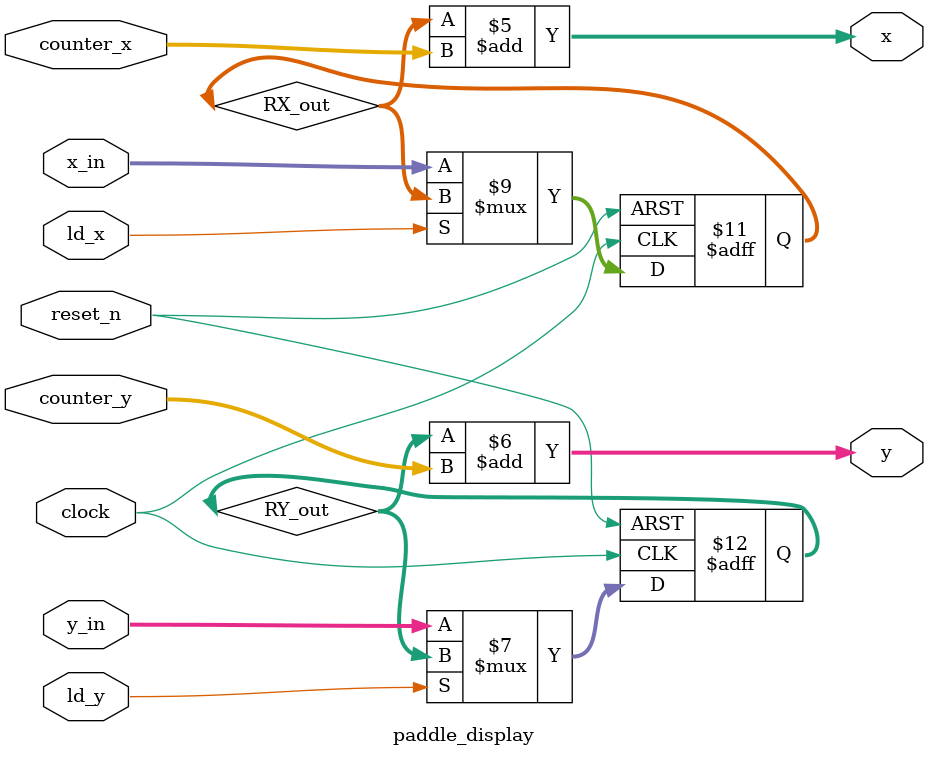
<source format=v>
`timescale 1ns / 1ns // `timescale time_unit/time_precision

/* Datapath that sends coordinates to the VGA adapter to plot the paddle */
module paddle_display(x_in, y_in, reset_n, ld_x, ld_y, counter_x, counter_y, clock, x, y);
	  
	/* Top-left coordinates of the ball */	
	input [7:0] x_in;
	input [6:0] y_in;
	input reset_n; // resets the values in the registers
	input ld_x; // active low, load data_in into the X register
	input ld_y; // active low, load data_in into the Y register
	input clock;
	input [4:0] counter_x; // add to x
	input [4:0] counter_y; // add to y

	reg [7:0] RX_out;
	reg [6:0] RY_out;

	output [7:0] x;
	output [6:0] y;

	// X AND Y REGISTER LOAD
	always @ (posedge clock, negedge reset_n)
		begin
		if (!reset_n)
			begin
			RX_out <= 8'd0;
			RY_out <= 7'd0;
			end
		else
			begin
			if (!ld_x)
				RX_out <= x_in;
			if (!ld_y)
				RY_out <= y_in;
			end		
		end
	
	// ADDERS for X and Y
		
	assign x = RX_out + counter_x;
	assign y = RY_out + counter_y;


endmodule 
</source>
